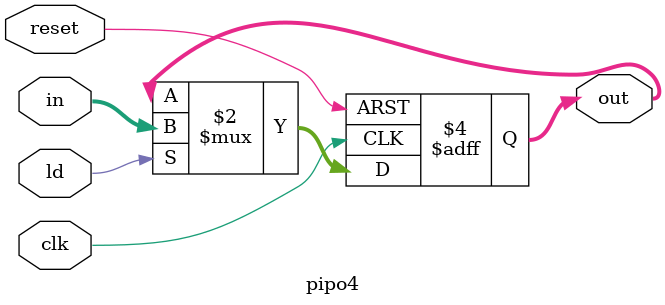
<source format=v>
`timescale 1ns / 1ps


module pipo4(output reg [23:0] out, input [23:0] in, input ld,clk,reset);
always @(posedge clk,posedge reset)
begin
    if(reset)
        out <= 0;
    else if(ld)
        out <= in;       
end
endmodule

</source>
